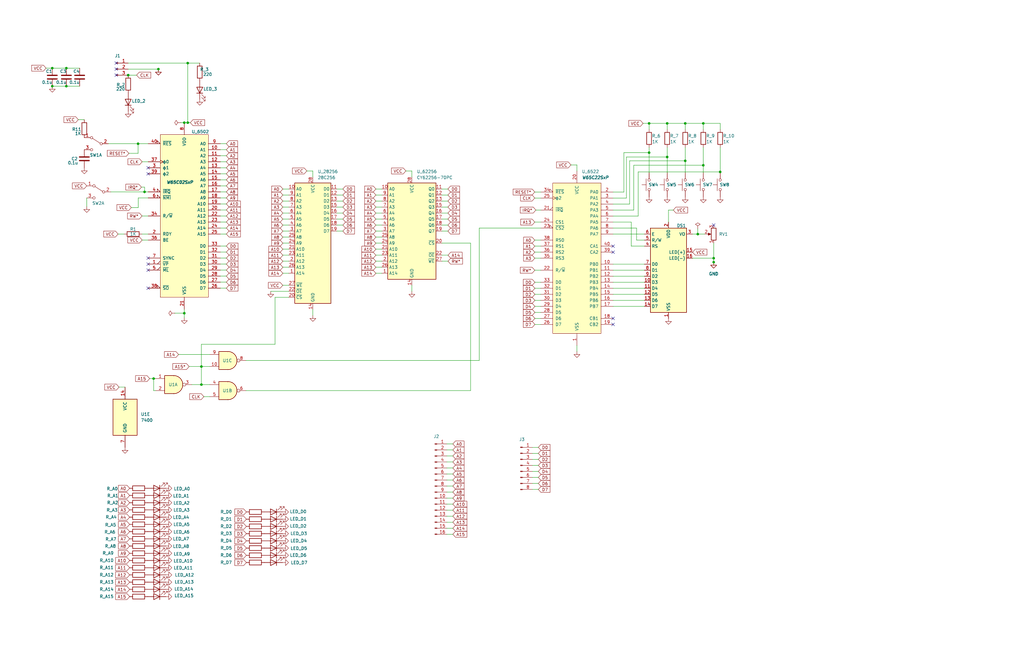
<source format=kicad_sch>
(kicad_sch (version 20211123) (generator eeschema)
  (paper "B")
  (junction (at 22.0472 36.3728))
  (junction (at 296.5704 52.07))
  (junction (at 27.9908 28.7528))
  (junction (at 60.96 80.9752))
  (junction (at 66.802 29.1592))
  (junction (at 296.5704 69.7484))
  (junction (at 303.6824 72.5424))
  (junction (at 84.9376 162.306))
  (junction (at 84.9376 154.686))
  (junction (at 273.7104 64.4144))
  (junction (at 77.724 132.1816))
  (junction (at 273.7104 52.07))
  (junction (at 22.0472 28.7528))
  (junction (at 64.77 159.766))
  (junction (at 79.1464 51.7652))
  (junction (at 294.2336 98.806))
  (junction (at 54.0512 31.6992))
  (junction (at 300.9392 108.966))
  (junction (at 27.9908 36.3728))
  (junction (at 58.2168 60.6552))
  (junction (at 288.9504 67.8688))
  (junction (at 79.1464 26.6192))
  (junction (at 300.9392 110.6424))
  (junction (at 77.724 51.7652))
  (junction (at 281.3304 52.07))
  (junction (at 281.3304 66.2432))
  (junction (at 288.9504 52.07))
  (no_connect (at 258.5212 136.906))
  (no_connect (at 49.022 31.6992))
  (no_connect (at 49.022 26.6192))
  (no_connect (at 62.484 70.8152))
  (no_connect (at 62.484 108.9152))
  (no_connect (at 258.5212 134.366))
  (no_connect (at 258.5212 106.426))
  (no_connect (at 300.9392 94.996))
  (no_connect (at 62.484 111.4552))
  (no_connect (at 62.484 73.3552))
  (no_connect (at 62.484 113.9952))
  (no_connect (at 49.022 29.1592))
  (no_connect (at 258.5212 103.886))
  (no_connect (at 62.484 121.6152))
  (wire (pts (xy 121.7676 107.696) (xy 119.2784 107.696)))
  (wire (pts (xy 80.8736 162.306) (xy 84.9376 162.306)))
  (wire (pts (xy 54.0512 29.1592) (xy 66.802 29.1592)))
  (wire (pts (xy 186.3852 97.536) (xy 188.8744 97.536)))
  (wire (pts (xy 243.2812 69.596) (xy 240.7412 69.596)))
  (wire (pts (xy 300.9392 102.616) (xy 300.9392 108.966)))
  (wire (pts (xy 224.536 188.7728) (xy 227.0252 188.7728)))
  (wire (pts (xy 55.372 87.5792) (xy 58.3184 87.5792)))
  (wire (pts (xy 54.0512 26.6192) (xy 79.1464 26.6192)))
  (wire (pts (xy 198.4248 102.616) (xy 198.4248 164.846)))
  (wire (pts (xy 264.16 66.2432) (xy 281.3304 66.2432)))
  (wire (pts (xy 92.964 88.5952) (xy 95.4532 88.5952)))
  (wire (pts (xy 84.9376 162.306) (xy 88.4936 162.306)))
  (wire (pts (xy 92.964 93.6752) (xy 95.4532 93.6752)))
  (wire (pts (xy 142.0876 79.756) (xy 144.5768 79.756)))
  (wire (pts (xy 224.536 193.8528) (xy 227.0252 193.8528)))
  (wire (pts (xy 228.0412 136.906) (xy 225.552 136.906)))
  (wire (pts (xy 160.9852 112.776) (xy 158.496 112.776)))
  (wire (pts (xy 288.9504 52.07) (xy 281.3304 52.07)))
  (wire (pts (xy 84.9376 145.288) (xy 84.9376 154.686)))
  (wire (pts (xy 121.7676 97.536) (xy 119.2784 97.536)))
  (wire (pts (xy 92.964 108.9152) (xy 95.4532 108.9152)))
  (wire (pts (xy 49.784 98.7552) (xy 52.324 98.7552)))
  (wire (pts (xy 258.5212 83.566) (xy 264.16 83.566)))
  (wire (pts (xy 258.5212 96.266) (xy 268.4272 96.266)))
  (wire (pts (xy 92.964 68.2752) (xy 95.4532 68.2752)))
  (wire (pts (xy 58.2168 60.6552) (xy 62.484 60.6552)))
  (wire (pts (xy 119.2276 120.396) (xy 121.7676 120.396)))
  (wire (pts (xy 131.9276 130.556) (xy 131.9276 133.096)))
  (wire (pts (xy 224.536 191.3128) (xy 227.0252 191.3128)))
  (wire (pts (xy 258.5212 91.186) (xy 269.0876 91.186)))
  (wire (pts (xy 258.5212 86.106) (xy 265.4808 86.106)))
  (wire (pts (xy 228.0412 124.206) (xy 225.552 124.206)))
  (wire (pts (xy 160.9852 79.756) (xy 158.496 79.756)))
  (wire (pts (xy 186.3852 84.836) (xy 188.8744 84.836)))
  (wire (pts (xy 188.468 197.5104) (xy 190.9572 197.5104)))
  (wire (pts (xy 258.5212 116.586) (xy 271.7292 116.586)))
  (wire (pts (xy 60.96 80.9752) (xy 62.484 80.9752)))
  (wire (pts (xy 228.0412 131.826) (xy 225.552 131.826)))
  (wire (pts (xy 188.468 192.4304) (xy 190.9572 192.4304)))
  (wire (pts (xy 58.2168 64.7192) (xy 58.2168 60.6552)))
  (wire (pts (xy 188.468 210.2104) (xy 190.9572 210.2104)))
  (wire (pts (xy 59.6392 78.994) (xy 60.96 78.994)))
  (wire (pts (xy 22.0472 28.7528) (xy 27.9908 28.7528)))
  (wire (pts (xy 296.5704 52.07) (xy 288.9504 52.07)))
  (wire (pts (xy 142.0876 94.996) (xy 144.5768 94.996)))
  (wire (pts (xy 54.356 64.7192) (xy 58.2168 64.7192)))
  (wire (pts (xy 84.9376 154.686) (xy 84.9376 162.306)))
  (wire (pts (xy 121.7676 87.376) (xy 119.2784 87.376)))
  (wire (pts (xy 142.0876 89.916) (xy 144.5768 89.916)))
  (wire (pts (xy 258.5212 93.726) (xy 266.192 93.726)))
  (wire (pts (xy 186.3852 92.456) (xy 188.8744 92.456)))
  (wire (pts (xy 258.5212 88.646) (xy 267.2588 88.646)))
  (wire (pts (xy 54.0512 31.6992) (xy 57.6072 31.6992)))
  (wire (pts (xy 92.964 119.0752) (xy 95.4532 119.0752)))
  (wire (pts (xy 228.0412 119.126) (xy 225.552 119.126)))
  (wire (pts (xy 76.2 51.7652) (xy 77.724 51.7652)))
  (wire (pts (xy 265.4808 86.106) (xy 265.4808 67.8688)))
  (wire (pts (xy 258.5212 124.206) (xy 271.7292 124.206)))
  (wire (pts (xy 121.7676 112.776) (xy 119.2784 112.776)))
  (wire (pts (xy 186.3852 107.696) (xy 188.9252 107.696)))
  (wire (pts (xy 258.5212 111.506) (xy 271.7292 111.506)))
  (wire (pts (xy 160.9852 82.296) (xy 158.496 82.296)))
  (wire (pts (xy 77.724 130.5052) (xy 77.724 132.1816)))
  (wire (pts (xy 258.5212 129.286) (xy 271.7292 129.286)))
  (wire (pts (xy 88.4936 154.686) (xy 84.9376 154.686)))
  (wire (pts (xy 115.9764 145.288) (xy 84.9376 145.288)))
  (wire (pts (xy 281.3304 54.61) (xy 281.3304 52.07)))
  (wire (pts (xy 224.536 196.3928) (xy 227.0252 196.3928)))
  (wire (pts (xy 225.5012 103.886) (xy 228.0412 103.886)))
  (wire (pts (xy 269.0876 72.5424) (xy 303.6824 72.5424)))
  (wire (pts (xy 188.468 202.5904) (xy 190.9572 202.5904)))
  (wire (pts (xy 77.724 132.1816) (xy 77.724 134.0612)))
  (wire (pts (xy 243.2812 72.136) (xy 243.2812 69.596)))
  (wire (pts (xy 50.1904 163.3728) (xy 52.7304 163.3728)))
  (wire (pts (xy 121.7676 115.316) (xy 119.2784 115.316)))
  (wire (pts (xy 294.2336 98.806) (xy 297.1292 98.806)))
  (wire (pts (xy 228.0412 96.266) (xy 202.0824 96.266)))
  (wire (pts (xy 79.1464 26.6192) (xy 84.2264 26.6192)))
  (wire (pts (xy 267.2588 88.646) (xy 267.2588 69.7484)))
  (wire (pts (xy 19.4056 28.7528) (xy 22.0472 28.7528)))
  (wire (pts (xy 92.964 106.3752) (xy 95.4532 106.3752)))
  (wire (pts (xy 92.964 73.3552) (xy 95.4532 73.3552)))
  (wire (pts (xy 303.6824 52.07) (xy 296.5704 52.07)))
  (wire (pts (xy 288.9504 67.8688) (xy 288.9504 72.898)))
  (wire (pts (xy 121.7676 94.996) (xy 119.2784 94.996)))
  (wire (pts (xy 59.944 98.7552) (xy 62.484 98.7552)))
  (wire (pts (xy 268.4272 96.266) (xy 268.4272 101.346)))
  (wire (pts (xy 115.9764 125.476) (xy 115.9764 145.288)))
  (wire (pts (xy 45.72 60.6552) (xy 58.2168 60.6552)))
  (wire (pts (xy 160.9852 100.076) (xy 158.496 100.076)))
  (wire (pts (xy 188.468 215.2904) (xy 190.9572 215.2904)))
  (wire (pts (xy 173.6852 72.136) (xy 173.6852 74.676)))
  (wire (pts (xy 121.7676 79.756) (xy 119.2784 79.756)))
  (wire (pts (xy 258.5212 114.046) (xy 271.7292 114.046)))
  (wire (pts (xy 33.02 50.4952) (xy 35.56 50.4952)))
  (wire (pts (xy 65.6336 164.846) (xy 64.77 164.846)))
  (wire (pts (xy 264.16 83.566) (xy 264.16 66.2432)))
  (wire (pts (xy 121.7676 92.456) (xy 119.2784 92.456)))
  (wire (pts (xy 266.192 93.726) (xy 266.192 103.886)))
  (wire (pts (xy 243.2812 145.796) (xy 243.2812 148.336)))
  (wire (pts (xy 188.468 220.3704) (xy 190.9572 220.3704)))
  (wire (pts (xy 92.964 63.1952) (xy 95.4532 63.1952)))
  (wire (pts (xy 92.964 60.6552) (xy 95.4532 60.6552)))
  (wire (pts (xy 171.1452 72.136) (xy 173.6852 72.136)))
  (wire (pts (xy 258.5212 126.746) (xy 271.7292 126.746)))
  (wire (pts (xy 266.192 103.886) (xy 271.7292 103.886)))
  (wire (pts (xy 27.9908 28.7528) (xy 33.5788 28.7528)))
  (wire (pts (xy 131.9276 74.676) (xy 131.9276 72.136)))
  (wire (pts (xy 27.9908 36.3728) (xy 33.5788 36.3728)))
  (wire (pts (xy 300.9392 108.966) (xy 300.9392 110.6424)))
  (wire (pts (xy 225.5012 93.726) (xy 228.0412 93.726)))
  (wire (pts (xy 92.964 96.2152) (xy 95.4532 96.2152)))
  (wire (pts (xy 59.944 68.2752) (xy 62.484 68.2752)))
  (wire (pts (xy 92.964 65.7352) (xy 95.4532 65.7352)))
  (wire (pts (xy 92.964 103.8352) (xy 95.4532 103.8352)))
  (wire (pts (xy 58.3184 83.5152) (xy 62.484 83.5152)))
  (wire (pts (xy 188.468 187.3504) (xy 190.9572 187.3504)))
  (wire (pts (xy 263.0932 81.026) (xy 263.0932 64.4144)))
  (wire (pts (xy 121.7676 100.076) (xy 119.2784 100.076)))
  (wire (pts (xy 265.4808 67.8688) (xy 288.9504 67.8688)))
  (wire (pts (xy 288.9504 54.61) (xy 288.9504 52.07)))
  (wire (pts (xy 58.3184 87.5792) (xy 58.3184 83.5152)))
  (wire (pts (xy 263.0932 64.4144) (xy 273.7104 64.4144)))
  (wire (pts (xy 121.7676 82.296) (xy 119.2784 82.296)))
  (wire (pts (xy 79.1464 26.6192) (xy 79.1464 51.7652)))
  (wire (pts (xy 160.9852 97.536) (xy 158.496 97.536)))
  (wire (pts (xy 160.9852 92.456) (xy 158.496 92.456)))
  (wire (pts (xy 186.3852 82.296) (xy 188.8744 82.296)))
  (wire (pts (xy 303.6824 62.23) (xy 303.6824 72.5424)))
  (wire (pts (xy 92.964 78.4352) (xy 95.4532 78.4352)))
  (wire (pts (xy 267.2588 69.7484) (xy 296.5704 69.7484)))
  (wire (pts (xy 64.77 159.766) (xy 65.6336 159.766)))
  (wire (pts (xy 228.0412 134.366) (xy 225.552 134.366)))
  (wire (pts (xy 186.3852 79.756) (xy 188.8744 79.756)))
  (wire (pts (xy 281.3304 62.23) (xy 281.3304 66.2432)))
  (wire (pts (xy 121.7676 110.236) (xy 119.2784 110.236)))
  (wire (pts (xy 273.7104 52.07) (xy 273.7104 54.61)))
  (wire (pts (xy 258.5212 81.026) (xy 263.0932 81.026)))
  (wire (pts (xy 160.9852 107.696) (xy 158.496 107.696)))
  (wire (pts (xy 142.0876 97.536) (xy 144.5768 97.536)))
  (wire (pts (xy 281.3304 66.2432) (xy 281.3304 72.898)))
  (wire (pts (xy 258.5212 119.126) (xy 271.7292 119.126)))
  (wire (pts (xy 268.4272 101.346) (xy 271.7292 101.346)))
  (wire (pts (xy 160.9852 87.376) (xy 158.496 87.376)))
  (wire (pts (xy 225.5012 108.966) (xy 228.0412 108.966)))
  (wire (pts (xy 160.9852 89.916) (xy 158.496 89.916)))
  (wire (pts (xy 258.5212 98.806) (xy 271.7292 98.806)))
  (wire (pts (xy 188.468 217.8304) (xy 190.9572 217.8304)))
  (wire (pts (xy 121.7676 105.156) (xy 119.2784 105.156)))
  (wire (pts (xy 224.536 198.9328) (xy 227.0252 198.9328)))
  (wire (pts (xy 60.96 78.994) (xy 60.96 80.9752)))
  (wire (pts (xy 294.2336 96.5708) (xy 294.2336 98.806)))
  (wire (pts (xy 160.9852 94.996) (xy 158.496 94.996)))
  (wire (pts (xy 92.964 75.8952) (xy 95.4532 75.8952)))
  (wire (pts (xy 63.0936 159.766) (xy 64.77 159.766)))
  (wire (pts (xy 92.964 111.4552) (xy 95.4532 111.4552)))
  (wire (pts (xy 92.964 98.7552) (xy 95.4532 98.7552)))
  (wire (pts (xy 186.3852 94.996) (xy 188.8744 94.996)))
  (wire (pts (xy 283.9212 88.646) (xy 281.8892 88.646)))
  (wire (pts (xy 300.9392 108.966) (xy 292.0492 108.966)))
  (wire (pts (xy 225.5012 81.026) (xy 228.0412 81.026)))
  (wire (pts (xy 303.6824 72.5424) (xy 303.6824 72.898)))
  (wire (pts (xy 188.468 222.9104) (xy 190.9572 222.9104)))
  (wire (pts (xy 160.9852 115.316) (xy 158.496 115.316)))
  (wire (pts (xy 131.9276 72.136) (xy 129.3876 72.136)))
  (wire (pts (xy 225.9584 88.646) (xy 228.0412 88.646)))
  (wire (pts (xy 121.7676 102.616) (xy 119.2784 102.616)))
  (wire (pts (xy 228.0412 126.746) (xy 225.552 126.746)))
  (wire (pts (xy 75.2856 149.606) (xy 88.4936 149.606)))
  (wire (pts (xy 292.0492 98.806) (xy 294.2336 98.806)))
  (wire (pts (xy 121.7676 125.476) (xy 115.9764 125.476)))
  (wire (pts (xy 114.1476 122.936) (xy 121.7676 122.936)))
  (wire (pts (xy 225.5012 101.346) (xy 228.0412 101.346)))
  (wire (pts (xy 22.0472 36.3728) (xy 27.9908 36.3728)))
  (wire (pts (xy 160.9852 105.156) (xy 158.496 105.156)))
  (wire (pts (xy 186.3852 110.236) (xy 188.9252 110.236)))
  (wire (pts (xy 142.0876 87.376) (xy 144.5768 87.376)))
  (wire (pts (xy 85.9536 167.386) (xy 88.4936 167.386)))
  (wire (pts (xy 188.468 189.8904) (xy 190.9572 189.8904)))
  (wire (pts (xy 188.468 225.4504) (xy 190.9572 225.4504)))
  (wire (pts (xy 92.964 83.5152) (xy 95.4532 83.5152)))
  (wire (pts (xy 92.964 91.1352) (xy 95.4532 91.1352)))
  (wire (pts (xy 46.736 80.9752) (xy 60.96 80.9752)))
  (wire (pts (xy 92.964 116.5352) (xy 95.4532 116.5352)))
  (wire (pts (xy 73.7108 132.1816) (xy 77.724 132.1816)))
  (wire (pts (xy 296.5704 54.61) (xy 296.5704 52.07)))
  (wire (pts (xy 269.0876 91.186) (xy 269.0876 72.5424)))
  (wire (pts (xy 59.8932 91.1352) (xy 62.484 91.1352)))
  (wire (pts (xy 271.1704 52.07) (xy 273.7104 52.07)))
  (wire (pts (xy 160.9852 110.236) (xy 158.496 110.236)))
  (wire (pts (xy 202.0824 152.146) (xy 103.7336 152.146)))
  (wire (pts (xy 228.0412 129.286) (xy 225.552 129.286)))
  (wire (pts (xy 142.0876 92.456) (xy 144.5768 92.456)))
  (wire (pts (xy 92.964 86.0552) (xy 95.4532 86.0552)))
  (wire (pts (xy 36.576 83.5152) (xy 36.576 87.122)))
  (wire (pts (xy 296.5704 62.23) (xy 296.5704 69.7484)))
  (wire (pts (xy 303.6824 54.61) (xy 303.6824 52.07)))
  (wire (pts (xy 188.468 207.6704) (xy 190.9572 207.6704)))
  (wire (pts (xy 92.964 70.8152) (xy 95.4532 70.8152)))
  (wire (pts (xy 79.756 154.686) (xy 84.9376 154.686)))
  (wire (pts (xy 92.964 121.6152) (xy 95.4532 121.6152)))
  (wire (pts (xy 228.0412 121.666) (xy 225.552 121.666)))
  (wire (pts (xy 92.964 80.9752) (xy 95.4532 80.9752)))
  (wire (pts (xy 202.0824 96.266) (xy 202.0824 152.146)))
  (wire (pts (xy 173.6852 120.396) (xy 173.6852 122.936)))
  (wire (pts (xy 273.7104 64.4144) (xy 273.7104 72.898)))
  (wire (pts (xy 121.7676 84.836) (xy 119.2784 84.836)))
  (wire (pts (xy 77.724 51.7652) (xy 79.1464 51.7652)))
  (wire (pts (xy 224.536 206.5528) (xy 227.0252 206.5528)))
  (wire (pts (xy 281.3304 52.07) (xy 273.7104 52.07)))
  (wire (pts (xy 121.7676 89.916) (xy 119.2784 89.916)))
  (wire (pts (xy 64.77 159.766) (xy 64.77 164.846)))
  (wire (pts (xy 225.5012 83.566) (xy 228.0412 83.566)))
  (wire (pts (xy 188.468 194.9704) (xy 190.9572 194.9704)))
  (wire (pts (xy 273.7104 62.23) (xy 273.7104 64.4144)))
  (wire (pts (xy 186.3852 89.916) (xy 188.8744 89.916)))
  (wire (pts (xy 188.468 200.0504) (xy 190.9572 200.0504)))
  (wire (pts (xy 92.964 113.9952) (xy 95.4532 113.9952)))
  (wire (pts (xy 225.5012 106.426) (xy 228.0412 106.426)))
  (wire (pts (xy 79.1464 51.7652) (xy 80.264 51.7652)))
  (wire (pts (xy 160.9852 84.836) (xy 158.496 84.836)))
  (wire (pts (xy 224.536 204.0128) (xy 227.0252 204.0128)))
  (wire (pts (xy 59.944 101.2952) (xy 62.484 101.2952)))
  (wire (pts (xy 188.468 205.1304) (xy 190.9572 205.1304)))
  (wire (pts (xy 186.3852 102.616) (xy 198.4248 102.616)))
  (wire (pts (xy 258.5212 121.666) (xy 271.7292 121.666)))
  (wire (pts (xy 224.536 201.4728) (xy 227.0252 201.4728)))
  (wire (pts (xy 281.8892 88.646) (xy 281.8892 93.726)))
  (wire (pts (xy 288.9504 62.23) (xy 288.9504 67.8688)))
  (wire (pts (xy 188.468 212.7504) (xy 190.9572 212.7504)))
  (wire (pts (xy 142.0876 84.836) (xy 144.5768 84.836)))
  (wire (pts (xy 225.5012 114.046) (xy 228.0412 114.046)))
  (wire (pts (xy 186.3852 87.376) (xy 188.8744 87.376)))
  (wire (pts (xy 198.4248 164.846) (xy 103.7336 164.846)))
  (wire (pts (xy 160.9852 102.616) (xy 158.496 102.616)))
  (wire (pts (xy 296.5704 69.7484) (xy 296.5704 72.898)))
  (wire (pts (xy 142.0876 82.296) (xy 144.5768 82.296)))
  (global_label "A15" (shape input) (at 63.0936 159.766 180) (property "Intersheet References" "${INTERSHEET_REFS}" (effects hide)))
  (global_label "A11" (shape input) (at 119.2784 107.696 180) (property "Intersheet References" "${INTERSHEET_REFS}" (effects hide)))
  (global_label "D0" (shape input) (at 225.552 119.126 180) (property "Intersheet References" "${INTERSHEET_REFS}" (effects hide)))
  (global_label "A11" (shape input) (at 158.496 107.696 180) (property "Intersheet References" "${INTERSHEET_REFS}" (effects hide)))
  (global_label "A2" (shape input) (at 95.4532 65.7352 0) (property "Intersheet References" "${INTERSHEET_REFS}" (effects hide)))
  (global_label "VCC" (shape input) (at 59.944 101.2952 180) (property "Intersheet References" "${INTERSHEET_REFS}" (effects hide)))
  (global_label "VCC" (shape input) (at 80.264 51.7652 0) (property "Intersheet References" "${INTERSHEET_REFS}" (effects hide)))
  (global_label "A6" (shape input) (at 95.4532 75.8952 0) (property "Intersheet References" "${INTERSHEET_REFS}" (effects hide)))
  (global_label "D4" (shape input) (at 95.4532 113.9952 0) (property "Intersheet References" "${INTERSHEET_REFS}" (effects hide)))
  (global_label "A11" (shape input) (at 54.6608 239.5728 180) (property "Intersheet References" "${INTERSHEET_REFS}" (effects hide)))
  (global_label "CLK" (shape input) (at 57.6072 31.6992 0) (property "Intersheet References" "${INTERSHEET_REFS}" (effects hide)))
  (global_label "D5" (shape input) (at 227.0252 201.4728 0) (property "Intersheet References" "${INTERSHEET_REFS}" (effects hide)))
  (global_label "D7" (shape input) (at 227.0252 206.5528 0) (property "Intersheet References" "${INTERSHEET_REFS}" (effects hide)))
  (global_label "RESET*" (shape input) (at 54.356 64.7192 180) (property "Intersheet References" "${INTERSHEET_REFS}" (effects hide)))
  (global_label "A2" (shape input) (at 190.9572 192.4304 0) (property "Intersheet References" "${INTERSHEET_REFS}" (effects hide)))
  (global_label "A8" (shape input) (at 190.9572 207.6704 0) (property "Intersheet References" "${INTERSHEET_REFS}" (effects hide)))
  (global_label "D3" (shape input) (at 188.8744 87.376 0) (property "Intersheet References" "${INTERSHEET_REFS}" (effects hide)))
  (global_label "D5" (shape input) (at 225.552 131.826 180) (property "Intersheet References" "${INTERSHEET_REFS}" (effects hide)))
  (global_label "D6" (shape input) (at 227.0252 204.0128 0) (property "Intersheet References" "${INTERSHEET_REFS}" (effects hide)))
  (global_label "VCC" (shape input) (at 283.9212 88.646 0) (property "Intersheet References" "${INTERSHEET_REFS}" (effects hide)))
  (global_label "D6" (shape input) (at 188.8744 94.996 0) (property "Intersheet References" "${INTERSHEET_REFS}" (effects hide)))
  (global_label "A3" (shape input) (at 158.496 87.376 180) (property "Intersheet References" "${INTERSHEET_REFS}" (effects hide)))
  (global_label "A0" (shape input) (at 119.2784 79.756 180) (property "Intersheet References" "${INTERSHEET_REFS}" (effects hide)))
  (global_label "A14" (shape input) (at 54.6608 248.7168 180) (property "Intersheet References" "${INTERSHEET_REFS}" (effects hide)))
  (global_label "D6" (shape input) (at 225.552 134.366 180) (property "Intersheet References" "${INTERSHEET_REFS}" (effects hide)))
  (global_label "A12" (shape input) (at 54.6608 242.6208 180) (property "Intersheet References" "${INTERSHEET_REFS}" (effects hide)))
  (global_label "D0" (shape input) (at 103.886 216.0524 180) (property "Intersheet References" "${INTERSHEET_REFS}" (effects hide)))
  (global_label "A9" (shape input) (at 54.6608 233.4768 180) (property "Intersheet References" "${INTERSHEET_REFS}" (effects hide)))
  (global_label "A10" (shape input) (at 95.4532 86.0552 0) (property "Intersheet References" "${INTERSHEET_REFS}" (effects hide)))
  (global_label "A5" (shape input) (at 95.4532 73.3552 0) (property "Intersheet References" "${INTERSHEET_REFS}" (effects hide)))
  (global_label "A11" (shape input) (at 190.9572 215.2904 0) (property "Intersheet References" "${INTERSHEET_REFS}" (effects hide)))
  (global_label "IRQ*" (shape input) (at 225.9584 88.646 180) (property "Intersheet References" "${INTERSHEET_REFS}" (effects hide)))
  (global_label "VCC" (shape input) (at 171.1452 72.136 180) (property "Intersheet References" "${INTERSHEET_REFS}" (effects hide)))
  (global_label "A4" (shape input) (at 54.6608 218.2368 180) (property "Intersheet References" "${INTERSHEET_REFS}" (effects hide)))
  (global_label "CLK" (shape input) (at 59.944 68.2752 180) (property "Intersheet References" "${INTERSHEET_REFS}" (effects hide)))
  (global_label "A3" (shape input) (at 119.2784 87.376 180) (property "Intersheet References" "${INTERSHEET_REFS}" (effects hide)))
  (global_label "VCC" (shape input) (at 49.784 98.7552 180) (property "Intersheet References" "${INTERSHEET_REFS}" (effects hide)))
  (global_label "VCC" (shape input) (at 119.2276 120.396 180) (property "Intersheet References" "${INTERSHEET_REFS}" (effects hide)))
  (global_label "VCC" (shape input) (at 36.576 78.4352 180) (property "Intersheet References" "${INTERSHEET_REFS}" (effects hide)))
  (global_label "A2" (shape input) (at 54.6608 212.1408 180) (property "Intersheet References" "${INTERSHEET_REFS}" (effects hide)))
  (global_label "VCC" (shape input) (at 50.1904 163.3728 180) (property "Intersheet References" "${INTERSHEET_REFS}" (effects hide)))
  (global_label "D1" (shape input) (at 103.886 219.1004 180) (property "Intersheet References" "${INTERSHEET_REFS}" (effects hide)))
  (global_label "A11" (shape input) (at 95.4532 88.5952 0) (property "Intersheet References" "${INTERSHEET_REFS}" (effects hide)))
  (global_label "CLK" (shape input) (at 85.9536 167.386 180) (property "Intersheet References" "${INTERSHEET_REFS}" (effects hide)))
  (global_label "A4" (shape input) (at 119.2784 89.916 180) (property "Intersheet References" "${INTERSHEET_REFS}" (effects hide)))
  (global_label "D4" (shape input) (at 188.8744 89.916 0) (property "Intersheet References" "${INTERSHEET_REFS}" (effects hide)))
  (global_label "CLK" (shape input) (at 225.5012 83.566 180) (property "Intersheet References" "${INTERSHEET_REFS}" (effects hide)))
  (global_label "A1" (shape input) (at 158.496 82.296 180) (property "Intersheet References" "${INTERSHEET_REFS}" (effects hide)))
  (global_label "D5" (shape input) (at 95.4532 116.5352 0) (property "Intersheet References" "${INTERSHEET_REFS}" (effects hide)))
  (global_label "A0" (shape input) (at 54.6608 206.0448 180) (property "Intersheet References" "${INTERSHEET_REFS}" (effects hide)))
  (global_label "D0" (shape input) (at 227.0252 188.7728 0) (property "Intersheet References" "${INTERSHEET_REFS}" (effects hide)))
  (global_label "A3" (shape input) (at 225.5012 108.966 180) (property "Intersheet References" "${INTERSHEET_REFS}" (effects hide)))
  (global_label "A13" (shape input) (at 119.2784 112.776 180) (property "Intersheet References" "${INTERSHEET_REFS}" (effects hide)))
  (global_label "A1" (shape input) (at 54.6608 209.0928 180) (property "Intersheet References" "${INTERSHEET_REFS}" (effects hide)))
  (global_label "D7" (shape input) (at 144.5768 97.536 0) (property "Intersheet References" "${INTERSHEET_REFS}" (effects hide)))
  (global_label "D6" (shape input) (at 144.5768 94.996 0) (property "Intersheet References" "${INTERSHEET_REFS}" (effects hide)))
  (global_label "D2" (shape input) (at 225.552 124.206 180) (property "Intersheet References" "${INTERSHEET_REFS}" (effects hide)))
  (global_label "D1" (shape input) (at 225.552 121.666 180) (property "Intersheet References" "${INTERSHEET_REFS}" (effects hide)))
  (global_label "D2" (shape input) (at 144.5768 84.836 0) (property "Intersheet References" "${INTERSHEET_REFS}" (effects hide)))
  (global_label "D4" (shape input) (at 227.0252 198.9328 0) (property "Intersheet References" "${INTERSHEET_REFS}" (effects hide)))
  (global_label "A15" (shape input) (at 95.4532 98.7552 0) (property "Intersheet References" "${INTERSHEET_REFS}" (effects hide)))
  (global_label "A4" (shape input) (at 95.4532 70.8152 0) (property "Intersheet References" "${INTERSHEET_REFS}" (effects hide)))
  (global_label "D5" (shape input) (at 188.8744 92.456 0) (property "Intersheet References" "${INTERSHEET_REFS}" (effects hide)))
  (global_label "VCC" (shape input) (at 19.4056 28.7528 180) (property "Intersheet References" "${INTERSHEET_REFS}" (effects hide)))
  (global_label "D4" (shape input) (at 144.5768 89.916 0) (property "Intersheet References" "${INTERSHEET_REFS}" (effects hide)))
  (global_label "A1" (shape input) (at 119.2784 82.296 180) (property "Intersheet References" "${INTERSHEET_REFS}" (effects hide)))
  (global_label "A13" (shape input) (at 95.4532 93.6752 0) (property "Intersheet References" "${INTERSHEET_REFS}" (effects hide)))
  (global_label "RW*" (shape input) (at 59.8932 91.1352 180) (property "Intersheet References" "${INTERSHEET_REFS}" (effects hide)))
  (global_label "A2" (shape input) (at 225.5012 106.426 180) (property "Intersheet References" "${INTERSHEET_REFS}" (effects hide)))
  (global_label "A0" (shape input) (at 190.9572 187.3504 0) (property "Intersheet References" "${INTERSHEET_REFS}" (effects hide)))
  (global_label "D7" (shape input) (at 103.886 237.3884 180) (property "Intersheet References" "${INTERSHEET_REFS}" (effects hide)))
  (global_label "A8" (shape input) (at 54.6608 230.4288 180) (property "Intersheet References" "${INTERSHEET_REFS}" (effects hide)))
  (global_label "A13" (shape input) (at 54.6608 245.6688 180) (property "Intersheet References" "${INTERSHEET_REFS}" (effects hide)))
  (global_label "A1" (shape input) (at 190.9572 189.8904 0) (property "Intersheet References" "${INTERSHEET_REFS}" (effects hide)))
  (global_label "A0" (shape input) (at 158.496 79.756 180) (property "Intersheet References" "${INTERSHEET_REFS}" (effects hide)))
  (global_label "A7" (shape input) (at 119.2784 97.536 180) (property "Intersheet References" "${INTERSHEET_REFS}" (effects hide)))
  (global_label "A14" (shape input) (at 158.496 115.316 180) (property "Intersheet References" "${INTERSHEET_REFS}" (effects hide)))
  (global_label "A7" (shape input) (at 95.4532 78.4352 0) (property "Intersheet References" "${INTERSHEET_REFS}" (effects hide)))
  (global_label "A9" (shape input) (at 190.9572 210.2104 0) (property "Intersheet References" "${INTERSHEET_REFS}" (effects hide)))
  (global_label "A10" (shape input) (at 190.9572 212.7504 0) (property "Intersheet References" "${INTERSHEET_REFS}" (effects hide)))
  (global_label "A15" (shape input) (at 54.6608 251.7648 180) (property "Intersheet References" "${INTERSHEET_REFS}" (effects hide)))
  (global_label "D2" (shape input) (at 188.8744 84.836 0) (property "Intersheet References" "${INTERSHEET_REFS}" (effects hide)))
  (global_label "IRQ*" (shape input) (at 59.6392 78.994 180) (property "Intersheet References" "${INTERSHEET_REFS}" (effects hide)))
  (global_label "A2" (shape input) (at 119.2784 84.836 180) (property "Intersheet References" "${INTERSHEET_REFS}" (effects hide)))
  (global_label "A5" (shape input) (at 158.496 92.456 180) (property "Intersheet References" "${INTERSHEET_REFS}" (effects hide)))
  (global_label "A6" (shape input) (at 158.496 94.996 180) (property "Intersheet References" "${INTERSHEET_REFS}" (effects hide)))
  (global_label "A9" (shape input) (at 119.2784 102.616 180) (property "Intersheet References" "${INTERSHEET_REFS}" (effects hide)))
  (global_label "A5" (shape input) (at 54.6608 221.2848 180) (property "Intersheet References" "${INTERSHEET_REFS}" (effects hide)))
  (global_label "D6" (shape input) (at 103.886 234.3404 180) (property "Intersheet References" "${INTERSHEET_REFS}" (effects hide)))
  (global_label "A12" (shape input) (at 158.496 110.236 180) (property "Intersheet References" "${INTERSHEET_REFS}" (effects hide)))
  (global_label "A14" (shape input) (at 188.9252 107.696 0) (property "Intersheet References" "${INTERSHEET_REFS}" (effects hide)))
  (global_label "A12" (shape input) (at 119.2784 110.236 180) (property "Intersheet References" "${INTERSHEET_REFS}" (effects hide)))
  (global_label "A14" (shape input) (at 190.9572 222.9104 0) (property "Intersheet References" "${INTERSHEET_REFS}" (effects hide)))
  (global_label "D3" (shape input) (at 227.0252 196.3928 0) (property "Intersheet References" "${INTERSHEET_REFS}" (effects hide)))
  (global_label "D0" (shape input) (at 95.4532 103.8352 0) (property "Intersheet References" "${INTERSHEET_REFS}" (effects hide)))
  (global_label "A15*" (shape input) (at 79.756 154.686 180) (property "Intersheet References" "${INTERSHEET_REFS}" (effects hide)))
  (global_label "D1" (shape input) (at 227.0252 191.3128 0) (property "Intersheet References" "${INTERSHEET_REFS}" (effects hide)))
  (global_label "D4" (shape input) (at 225.552 129.286 180) (property "Intersheet References" "${INTERSHEET_REFS}" (effects hide)))
  (global_label "A9" (shape input) (at 95.4532 83.5152 0) (property "Intersheet References" "${INTERSHEET_REFS}" (effects hide)))
  (global_label "D2" (shape input) (at 95.4532 108.9152 0) (property "Intersheet References" "${INTERSHEET_REFS}" (effects hide)))
  (global_label "D4" (shape input) (at 103.886 228.2444 180) (property "Intersheet References" "${INTERSHEET_REFS}" (effects hide)))
  (global_label "A7" (shape input) (at 190.9572 205.1304 0) (property "Intersheet References" "${INTERSHEET_REFS}" (effects hide)))
  (global_label "A14" (shape input) (at 119.2784 115.316 180) (property "Intersheet References" "${INTERSHEET_REFS}" (effects hide)))
  (global_label "VCC" (shape input) (at 33.02 50.4952 180) (property "Intersheet References" "${INTERSHEET_REFS}" (effects hide)))
  (global_label "VCC" (shape input) (at 271.1704 52.07 180) (property "Intersheet References" "${INTERSHEET_REFS}" (effects hide)))
  (global_label "D0" (shape input) (at 188.8744 79.756 0) (property "Intersheet References" "${INTERSHEET_REFS}" (effects hide)))
  (global_label "A3" (shape input) (at 95.4532 68.2752 0) (property "Intersheet References" "${INTERSHEET_REFS}" (effects hide)))
  (global_label "D2" (shape input) (at 103.886 222.1484 180) (property "Intersheet References" "${INTERSHEET_REFS}" (effects hide)))
  (global_label "D3" (shape input) (at 144.5768 87.376 0) (property "Intersheet References" "${INTERSHEET_REFS}" (effects hide)))
  (global_label "VCC" (shape input) (at 240.7412 69.596 180) (property "Intersheet References" "${INTERSHEET_REFS}" (effects hide)))
  (global_label "A14" (shape input) (at 95.4532 96.2152 0) (property "Intersheet References" "${INTERSHEET_REFS}" (effects hide)))
  (global_label "A14" (shape input) (at 75.2856 149.606 180) (property "Intersheet References" "${INTERSHEET_REFS}" (effects hide)))
  (global_label "D5" (shape input) (at 103.886 231.2924 180) (property "Intersheet References" "${INTERSHEET_REFS}" (effects hide)))
  (global_label "A15" (shape input) (at 190.9572 225.4504 0) (property "Intersheet References" "${INTERSHEET_REFS}" (effects hide)))
  (global_label "A0" (shape input) (at 95.4532 60.6552 0) (property "Intersheet References" "${INTERSHEET_REFS}" (effects hide)))
  (global_label "D0" (shape input) (at 144.5768 79.756 0) (property "Intersheet References" "${INTERSHEET_REFS}" (effects hide)))
  (global_label "A8" (shape input) (at 158.496 100.076 180) (property "Intersheet References" "${INTERSHEET_REFS}" (effects hide)))
  (global_label "D3" (shape input) (at 225.552 126.746 180) (property "Intersheet References" "${INTERSHEET_REFS}" (effects hide)))
  (global_label "A10" (shape input) (at 119.2784 105.156 180) (property "Intersheet References" "${INTERSHEET_REFS}" (effects hide)))
  (global_label "A4" (shape input) (at 158.496 89.916 180) (property "Intersheet References" "${INTERSHEET_REFS}" (effects hide)))
  (global_label "A5" (shape input) (at 190.9572 200.0504 0) (property "Intersheet References" "${INTERSHEET_REFS}" (effects hide)))
  (global_label "A1" (shape input) (at 95.4532 63.1952 0) (property "Intersheet References" "${INTERSHEET_REFS}" (effects hide)))
  (global_label "D3" (shape input) (at 95.4532 111.4552 0) (property "Intersheet References" "${INTERSHEET_REFS}" (effects hide)))
  (global_label "D7" (shape input) (at 188.8744 97.536 0) (property "Intersheet References" "${INTERSHEET_REFS}" (effects hide)))
  (global_label "D5" (shape input) (at 144.5768 92.456 0) (property "Intersheet References" "${INTERSHEET_REFS}" (effects hide)))
  (global_label "RW*" (shape input) (at 188.9252 110.236 0) (property "Intersheet References" "${INTERSHEET_REFS}" (effects hide)))
  (global_label "A1" (shape input) (at 225.5012 103.886 180) (property "Intersheet References" "${INTERSHEET_REFS}" (effects hide)))
  (global_label "D6" (shape input) (at 95.4532 119.0752 0) (property "Intersheet References" "${INTERSHEET_REFS}" (effects hide)))
  (global_label "A3" (shape input) (at 54.6608 215.1888 180) (property "Intersheet References" "${INTERSHEET_REFS}" (effects hide)))
  (global_label "VCC" (shape input) (at 55.372 87.5792 180) (property "Intersheet References" "${INTERSHEET_REFS}" (effects hide)))
  (global_label "VCC" (shape input) (at 129.3876 72.136 180) (property "Intersheet References" "${INTERSHEET_REFS}" (effects hide)))
  (global_label "A12" (shape input) (at 190.9572 217.8304 0) (property "Intersheet References" "${INTERSHEET_REFS}" (effects hide)))
  (global_label "A8" (shape input) (at 95.4532 80.9752 0) (property "Intersheet References" "${INTERSHEET_REFS}" (effects hide)))
  (global_label "A13" (shape input) (at 225.5012 93.726 180) (property "Intersheet References" "${INTERSHEET_REFS}" (effects hide)))
  (global_label "A0" (shape input) (at 225.5012 101.346 180) (property "Intersheet References" "${INTERSHEET_REFS}" (effects hide)))
  (global_label "A12" (shape input) (at 95.4532 91.1352 0) (property "Intersheet References" "${INTERSHEET_REFS}" (effects hide)))
  (global_label "D1" (shape input) (at 144.5768 82.296 0) (property "Intersheet References" "${INTERSHEET_REFS}" (effects hide)))
  (global_label "RW*" (shape input) (at 225.5012 114.046 180) (property "Intersheet References" "${INTERSHEET_REFS}" (effects hide)))
  (global_label "RESET*" (shape input) (at 225.5012 81.026 180) (property "Intersheet References" "${INTERSHEET_REFS}" (effects hide)))
  (global_label "A13" (shape input) (at 158.496 112.776 180) (property "Intersheet References" "${INTERSHEET_REFS}" (effects hide)))
  (global_label "A4" (shape input) (at 190.9572 197.5104 0) (property "Intersheet References" "${INTERSHEET_REFS}" (effects hide)))
  (global_label "A6" (shape input) (at 119.2784 94.996 180) (property "Intersheet References" "${INTERSHEET_REFS}" (effects hide)))
  (global_label "A6" (shape input) (at 190.9572 202.5904 0) (property "Intersheet References" "${INTERSHEET_REFS}" (effects hide)))
  (global_label "A13" (shape input) (at 190.9572 220.3704 0) (property "Intersheet References" "${INTERSHEET_REFS}" (effects hide)))
  (global_label "A9" (shape input) (at 158.496 102.616 180) (property "Intersheet References" "${INTERSHEET_REFS}" (effects hide)))
  (global_label "A5" (shape input) (at 119.2784 92.456 180) (property "Intersheet References" "${INTERSHEET_REFS}" (effects hide)))
  (global_label "D7" (shape input) (at 225.552 136.906 180) (property "Intersheet References" "${INTERSHEET_REFS}" (effects hide)))
  (global_label "D1" (shape input) (at 188.8744 82.296 0) (property "Intersheet References" "${INTERSHEET_REFS}" (effects hide)))
  (global_label "A2" (shape input) (at 158.496 84.836 180) (property "Intersheet References" "${INTERSHEET_REFS}" (effects hide)))
  (global_label "VCC" (shape input) (at 292.0492 106.426 0) (property "Intersheet References" "${INTERSHEET_REFS}" (effects hide)))
  (global_label "A10" (shape input) (at 158.496 105.156 180) (property "Intersheet References" "${INTERSHEET_REFS}" (effects hide)))
  (global_label "A6" (shape input) (at 54.6608 224.3328 180) (property "Intersheet References" "${INTERSHEET_REFS}" (effects hide)))
  (global_label "D7" (shape input) (at 95.4532 121.6152 0) (property "Intersheet References" "${INTERSHEET_REFS}" (effects hide)))
  (global_label "D3" (shape input) (at 103.886 225.1964 180) (property "Intersheet References" "${INTERSHEET_REFS}" (effects hide)))
  (global_label "A8" (shape input) (at 119.2784 100.076 180) (property "Intersheet References" "${INTERSHEET_REFS}" (effects hide)))
  (global_label "A7" (shape input) (at 158.496 97.536 180) (property "Intersheet References" "${INTERSHEET_REFS}" (effects hide)))
  (global_label "A10" (shape input) (at 54.6608 236.5248 180) (property "Intersheet References" "${INTERSHEET_REFS}" (effects hide)))
  (global_label "A3" (shape input) (at 190.9572 194.9704 0) (property "Intersheet References" "${INTERSHEET_REFS}" (effects hide)))
  (global_label "A7" (shape input) (at 54.6608 227.3808 180) (property "Intersheet References" "${INTERSHEET_REFS}" (effects hide)))
  (global_label "D2" (shape input) (at 227.0252 193.8528 0) (property "Intersheet References" "${INTERSHEET_REFS}" (effects hide)))
  (global_label "D1" (shape input) (at 95.4532 106.3752 0) (property "Intersheet References" "${INTERSHEET_REFS}" (effects hide)))
  (symbol (lib_id "power:GND") (at 69.9008 227.3808 90) (unit 1)
    (property "Reference" "#PWR015" (effects hide))
    (property "Value" "GND" (effects hide))
  )
  (symbol (lib_id "power:GND") (at 69.9008 251.7648 90) (unit 1)
    (property "Reference" "#PWR023" (effects hide))
    (property "Value" "GND" (effects hide))
  )
  (symbol (lib_id "Device:LED") (at 66.0908 212.1408 180) (unit 1)
    (property "Reference" "LED_A2" (at 76.5556 212.2424 0))
    (property "Value" "LED" (effects hide))
    (property "Footprint" "LED_THT:LED_D5.0mm" (effects hide))
  )
  (symbol (lib_id "power:GND") (at 119.126 228.2444 90) (unit 1)
    (property "Reference" "#PWR030" (effects hide))
    (property "Value" "GND" (effects hide))
  )
  (symbol (lib_id "74xx:7400") (at 96.1136 164.846 0) (unit 2)
    (property "Reference" "U1" (at 95.8596 164.846 0))
    (property "Value" "7400" (effects hide))
    (property "Footprint" "Package_DIP:DIP-14_W7.62mm_Socket" (effects hide))
    (property "Datasheet" "http://www.ti.com/lit/gpn/sn7400" (effects hide))
  )
  (symbol (lib_id "power:GND") (at 243.2812 148.336 0) (unit 1)
    (property "Reference" "#PWR040" (effects hide))
    (property "Value" "GND" (effects hide))
  )
  (symbol (lib_id "Device:R") (at 35.56 54.3052 0) (unit 1)
    (property "Reference" "R11" (at 34.29 54.5592 0) (effects (justify right)))
    (property "Value" "1K" (at 34.29 56.3372 0) (effects (justify right)))
    (property "Footprint" "Resistor_THT:R_Axial_DIN0207_L6.3mm_D2.5mm_P10.16mm_Horizontal" (effects hide))
  )
  (symbol (lib_id "Device:R") (at 107.696 219.1004 90) (mirror x) (unit 1)
    (property "Reference" "R_D1" (at 97.8408 219.0496 90) (effects (justify left)))
    (property "Value" "220" (effects hide))
    (property "Footprint" "Resistor_THT:R_Axial_DIN0207_L6.3mm_D2.5mm_P10.16mm_Horizontal" (effects hide))
  )
  (symbol (lib_id "power:GND") (at 119.126 234.3404 90) (unit 1)
    (property "Reference" "#PWR032" (effects hide))
    (property "Value" "GND" (effects hide))
  )
  (symbol (lib_id "Memory_RAM:CY62256-70PC") (at 173.6852 97.536 0) (unit 1)
    (property "Reference" "U_62256" (at 175.7046 72.39 0) (effects (justify left)))
    (property "Value" "CY62256-70PC" (at 175.7046 74.93 0) (effects (justify left)))
    (property "Footprint" "Package_DIP:DIP-28_W15.24mm_Socket" (effects hide))
    (property "Datasheet" "https://ecee.colorado.edu/~mcclurel/Cypress_SRAM_CY62256.pdf" (effects hide))
  )
  (symbol (lib_id "Device:R") (at 107.696 216.0524 90) (mirror x) (unit 1)
    (property "Reference" "R_D0" (at 97.8408 216.0016 90) (effects (justify left)))
    (property "Value" "220" (effects hide))
    (property "Footprint" "Resistor_THT:R_Axial_DIN0207_L6.3mm_D2.5mm_P10.16mm_Horizontal" (effects hide))
  )
  (symbol (lib_id "power:GND") (at 66.802 29.1592 0) (unit 1)
    (property "Reference" "#PWR06" (effects hide))
    (property "Value" "GND" (effects hide))
  )
  (symbol (lib_id "Switch:SW_DPDT_x2") (at 41.656 80.9752 0) (mirror y) (unit 1)
    (property "Reference" "SW2" (at 41.4528 85.7504 0))
    (property "Value" "SW_DPDT_x2" (effects hide))
    (property "Footprint" "Button_Switch_THT:SW_SPDT_2" (effects hide))
  )
  (symbol (lib_id "Device:R") (at 58.4708 242.6208 90) (mirror x) (unit 1)
    (property "Reference" "R_A12" (at 47.9552 242.57 90) (effects (justify left)))
    (property "Value" "220" (effects hide))
    (property "Footprint" "Resistor_THT:R_Axial_DIN0207_L6.3mm_D2.5mm_P10.16mm_Horizontal" (effects hide))
  )
  (symbol (lib_id "Device:R") (at 58.4708 224.3328 90) (mirror x) (unit 1)
    (property "Reference" "R_A6" (at 48.7172 224.4852 90) (effects (justify left)))
    (property "Value" "220" (effects hide))
    (property "Footprint" "Resistor_THT:R_Axial_DIN0207_L6.3mm_D2.5mm_P10.16mm_Horizontal" (effects hide))
  )
  (symbol (lib_id "Device:LED") (at 115.316 216.0524 180) (unit 1)
    (property "Reference" "LED_D0" (at 125.73 215.9 0))
    (property "Value" "LED" (effects hide))
    (property "Footprint" "LED_THT:LED_D5.0mm" (effects hide))
  )
  (symbol (lib_id "Device:R") (at 107.696 222.1484 90) (mirror x) (unit 1)
    (property "Reference" "R_D2" (at 97.8408 222.0976 90) (effects (justify left)))
    (property "Value" "220" (effects hide))
    (property "Footprint" "Resistor_THT:R_Axial_DIN0207_L6.3mm_D2.5mm_P10.16mm_Horizontal" (effects hide))
  )
  (symbol (lib_id "power:GND") (at 84.2264 41.8592 0) (unit 1)
    (property "Reference" "#PWR025" (effects hide))
    (property "Value" "GND" (effects hide))
  )
  (symbol (lib_id "power:GND") (at 69.9008 212.1408 90) (unit 1)
    (property "Reference" "#PWR010" (effects hide))
    (property "Value" "GND" (effects hide))
  )
  (symbol (lib_id "power:PWR_FLAG") (at 76.2 51.7652 90) (unit 1)
    (property "Reference" "#FLG02" (effects hide))
    (property "Value" "PWR_FLAG" (effects hide))
  )
  (symbol (lib_id "Device:LED") (at 115.316 222.1484 180) (unit 1)
    (property "Reference" "LED_D2" (at 125.7808 221.996 0))
    (property "Value" "LED" (effects hide))
    (property "Footprint" "LED_THT:LED_D5.0mm" (effects hide))
  )
  (symbol (lib_id "power:GND") (at 69.9008 209.0928 90) (unit 1)
    (property "Reference" "#PWR09" (effects hide))
    (property "Value" "GND" (effects hide))
  )
  (symbol (lib_id "Device:R") (at 58.4708 239.5728 90) (mirror x) (unit 1)
    (property "Reference" "R_A11" (at 47.9552 239.522 90) (effects (justify left)))
    (property "Value" "220" (effects hide))
    (property "Footprint" "Resistor_THT:R_Axial_DIN0207_L6.3mm_D2.5mm_P10.16mm_Horizontal" (effects hide))
  )
  (symbol (lib_id "Device:R") (at 54.0512 35.5092 0) (unit 1)
    (property "Reference" "R_2" (at 52.7812 35.7632 0) (effects (justify right)))
    (property "Value" "220" (at 52.7812 37.5412 0) (effects (justify right)))
    (property "Footprint" "Resistor_THT:R_Axial_DIN0207_L6.3mm_D2.5mm_P10.16mm_Horizontal" (effects hide))
  )
  (symbol (lib_id "power:PWR_FLAG") (at 294.2336 96.5708 0) (unit 1)
    (property "Reference" "#FLG03" (effects hide))
    (property "Value" "PWR_FLAG" (effects hide))
  )
  (symbol (lib_id "Switch:SW_Push") (at 273.7104 77.978 90) (mirror x) (unit 1)
    (property "Reference" "SW4" (at 273.5072 77.9272 90) (effects (justify right)))
    (property "Value" "SW_Push" (effects hide))
    (property "Footprint" "Button_Switch_THT:SW_PUSH_6mm_H4.3mm" (effects hide))
  )
  (symbol (lib_id "power:GND") (at 54.0512 46.9392 0) (unit 1)
    (property "Reference" "#PWR05" (effects hide))
    (property "Value" "GND" (effects hide))
  )
  (symbol (lib_id "power:GND") (at 69.9008 233.4768 90) (unit 1)
    (property "Reference" "#PWR017" (effects hide))
    (property "Value" "GND" (effects hide))
  )
  (symbol (lib_id "Device:R") (at 58.4708 245.6688 90) (mirror x) (unit 1)
    (property "Reference" "R_A13" (at 47.9552 245.618 90) (effects (justify left)))
    (property "Value" "220" (effects hide))
    (property "Footprint" "Resistor_THT:R_Axial_DIN0207_L6.3mm_D2.5mm_P10.16mm_Horizontal" (effects hide))
  )
  (symbol (lib_id "power:GND") (at 69.9008 248.7168 90) (unit 1)
    (property "Reference" "#PWR022" (effects hide))
    (property "Value" "GND" (effects hide))
  )
  (symbol (lib_id "Device:R") (at 58.4708 212.1408 90) (mirror x) (unit 1)
    (property "Reference" "R_A2" (at 47.498 212.1408 90))
    (property "Value" "220" (effects hide))
    (property "Footprint" "Resistor_THT:R_Axial_DIN0207_L6.3mm_D2.5mm_P10.16mm_Horizontal" (effects hide))
  )
  (symbol (lib_id "Device:R") (at 107.696 234.3404 90) (mirror x) (unit 1)
    (property "Reference" "R_D6" (at 97.8408 234.2896 90) (effects (justify left)))
    (property "Value" "220" (effects hide))
    (property "Footprint" "Resistor_THT:R_Axial_DIN0207_L6.3mm_D2.5mm_P10.16mm_Horizontal" (effects hide))
  )
  (symbol (lib_id "Switch:SW_DPDT_x2") (at 40.64 60.6552 0) (mirror y) (unit 1)
    (property "Reference" "SW1" (at 40.4368 65.4304 0))
    (property "Value" "SW_DPDT_x2" (effects hide))
    (property "Footprint" "Button_Switch_THT:SW_SPDT_2" (effects hide))
  )
  (symbol (lib_id "Device:R") (at 58.4708 218.2368 90) (mirror x) (unit 1)
    (property "Reference" "R_A4" (at 49.276 218.186 90) (effects (justify left)))
    (property "Value" "220" (effects hide))
    (property "Footprint" "Resistor_THT:R_Axial_DIN0207_L6.3mm_D2.5mm_P10.16mm_Horizontal" (effects hide))
  )
  (symbol (lib_id "Device:C") (at 27.9908 32.5628 0) (unit 1)
    (property "Reference" "C3" (at 25.2984 30.1244 0) (effects (justify left)))
    (property "Value" "0.1u" (at 23.622 34.7472 0) (effects (justify left)))
    (property "Footprint" "Capacitor_THT:C_Disc_D5.0mm_W2.5mm_P5.00mm" (effects hide))
  )
  (symbol (lib_id "74xx:7400") (at 52.7304 176.0728 0) (unit 5)
    (property "Reference" "U1" (at 59.3852 174.8027 0) (effects (justify left)))
    (property "Value" "7400" (at 59.3852 177.3427 0) (effects (justify left)))
    (property "Footprint" "Package_DIP:DIP-14_W7.62mm_Socket" (effects hide))
    (property "Datasheet" "http://www.ti.com/lit/gpn/sn7400" (effects hide))
  )
  (symbol (lib_id "Connector:Conn_01x08_Male") (at 219.456 196.3928 0) (unit 1)
    (property "Reference" "J3" (at 220.091 185.42 0))
    (property "Value" "Conn_01x08_Male" (effects hide))
    (property "Footprint" "Connector_PinHeader_2.54mm:PinHeader_1x08_P2.54mm_Horizontal" (effects hide))
  )
  (symbol (lib_id "Device:C") (at 33.5788 32.5628 0) (unit 1)
    (property "Reference" "C4" (at 30.8864 30.1244 0) (effects (justify left)))
    (property "Value" "0.1u" (at 29.21 34.7472 0) (effects (justify left)))
    (property "Footprint" "Capacitor_THT:C_Disc_D5.0mm_W2.5mm_P5.00mm" (effects hide))
  )
  (symbol (lib_id "Connector:Conn_01x16_Male") (at 183.388 205.1304 0) (unit 1)
    (property "Reference" "J2" (at 184.023 184.15 0))
    (property "Value" "Conn_01x16_Male" (effects hide))
    (property "Footprint" "Connector_PinHeader_2.54mm:PinHeader_1x16_P2.54mm_Horizontal" (effects hide))
  )
  (symbol (lib_id "Device:LED") (at 66.0908 215.1888 180) (unit 1)
    (property "Reference" "LED_A3" (at 76.5556 215.1888 0))
    (property "Value" "LED" (effects hide))
    (property "Footprint" "LED_THT:LED_D5.0mm" (effects hide))
  )
  (symbol (lib_id "power:GND") (at 35.56 70.8152 0) (unit 1)
    (property "Reference" "#PWR02" (effects hide))
    (property "Value" "GND" (effects hide))
  )
  (symbol (lib_id "Device:R") (at 58.4708 233.4768 90) (mirror x) (unit 1)
    (property "Reference" "R_A9" (at 47.9552 233.426 90) (effects (justify left)))
    (property "Value" "220" (effects hide))
    (property "Footprint" "Resistor_THT:R_Axial_DIN0207_L6.3mm_D2.5mm_P10.16mm_Horizontal" (effects hide))
  )
  (symbol (lib_id "power:GND") (at 69.9008 221.2848 90) (unit 1)
    (property "Reference" "#PWR013" (effects hide))
    (property "Value" "GND" (effects hide))
  )
  (symbol (lib_id "Device:R") (at 84.2264 30.4292 0) (unit 1)
    (property "Reference" "R_3" (at 88.0364 29.3116 0) (effects (justify right)))
    (property "Value" "220" (at 89.4588 31.3944 0) (effects (justify right)))
    (property "Footprint" "Resistor_THT:R_Axial_DIN0207_L6.3mm_D2.5mm_P10.16mm_Horizontal" (effects hide))
  )
  (symbol (lib_id "power:GND") (at 69.9008 239.5728 90) (unit 1)
    (property "Reference" "#PWR019" (effects hide))
    (property "Value" "GND" (effects hide))
  )
  (symbol (lib_id "65xx:W65C22SxP") (at 243.2812 108.966 0) (unit 1)
    (property "Reference" "U_6522" (at 245.3006 72.39 0) (effects (justify left)))
    (property "Value" "W65C22SxP" (at 245.3006 74.93 0) (effects (font bold italic) (justify left)))
    (property "Footprint" "Package_DIP:DIP-40_W15.24mm_Socket" (effects hide))
    (property "Datasheet" "http://www.westerndesigncenter.com/wdc/documentation/w65c22.pdf" (effects hide))
  )
  (symbol (lib_id "Device:LED") (at 66.0908 248.7168 180) (unit 1)
    (property "Reference" "LED_A14" (at 77.5208 248.5644 0))
    (property "Value" "LED" (effects hide))
    (property "Footprint" "LED_THT:LED_D5.0mm" (effects hide))
  )
  (symbol (lib_id "power:GND") (at 69.9008 206.0448 90) (unit 1)
    (property "Reference" "#PWR08" (effects hide))
    (property "Value" "GND" (effects hide))
  )
  (symbol (lib_id "power:GND") (at 119.126 222.1484 90) (unit 1)
    (property "Reference" "#PWR028" (effects hide))
    (property "Value" "GND" (effects hide))
  )
  (symbol (lib_id "Device:LED") (at 115.316 219.1004 180) (unit 1)
    (property "Reference" "LED_D1" (at 125.7808 218.948 0))
    (property "Value" "LED" (effects hide))
    (property "Footprint" "LED_THT:LED_D5.0mm" (effects hide))
  )
  (symbol (lib_id "65xx:W65C02SxP") (at 77.724 91.1352 0) (unit 1)
    (property "Reference" "U_6502" (at 80.772 55.5752 0) (effects (justify left)))
    (property "Value" "W65C02SxP" (at 70.104 76.9112 0) (effects (font bold italic) (justify left)))
    (property "Footprint" "Package_DIP:DIP-40_W15.24mm_Socket" (effects hide))
    (property "Datasheet" "http://www.westerndesigncenter.com/wdc/documentation/w65c02s.pdf" (effects hide))
  )
  (symbol (lib_id "Device:R") (at 58.4708 236.5248 90) (mirror x) (unit 1)
    (property "Reference" "R_A10" (at 47.9552 236.474 90) (effects (justify left)))
    (property "Value" "220" (effects hide))
    (property "Footprint" "Resistor_THT:R_Axial_DIN0207_L6.3mm_D2.5mm_P10.16mm_Horizontal" (effects hide))
  )
  (symbol (lib_id "power:GND") (at 119.126 219.1004 90) (unit 1)
    (property "Reference" "#PWR027" (effects hide))
    (property "Value" "GND" (effects hide))
  )
  (symbol (lib_id "Device:LED") (at 66.0908 209.0928 180) (unit 1)
    (property "Reference" "LED_A1" (at 76.4032 209.2452 0))
    (property "Value" "LED" (effects hide))
    (property "Footprint" "LED_THT:LED_D5.0mm" (effects hide))
  )
  (symbol (lib_id "Device:R") (at 58.4708 230.4288 90) (mirror x) (unit 1)
    (property "Reference" "R_A8" (at 48.9204 230.4796 90) (effects (justify left)))
    (property "Value" "220" (effects hide))
    (property "Footprint" "Resistor_THT:R_Axial_DIN0207_L6.3mm_D2.5mm_P10.16mm_Horizontal" (effects hide))
  )
  (symbol (lib_id "power:GND") (at 119.126 231.2924 90) (unit 1)
    (property "Reference" "#PWR031" (effects hide))
    (property "Value" "GND" (effects hide))
  )
  (symbol (lib_id "Device:R") (at 107.696 231.2924 90) (mirror x) (unit 1)
    (property "Reference" "R_D5" (at 97.8408 231.2416 90) (effects (justify left)))
    (property "Value" "220" (effects hide))
    (property "Footprint" "Resistor_THT:R_Axial_DIN0207_L6.3mm_D2.5mm_P10.16mm_Horizontal" (effects hide))
  )
  (symbol (lib_id "Device:R") (at 58.4708 215.1888 90) (mirror x) (unit 1)
    (property "Reference" "R_A3" (at 49.6316 215.2396 90) (effects (justify left)))
    (property "Value" "220" (effects hide))
    (property "Footprint" "Resistor_THT:R_Axial_DIN0207_L6.3mm_D2.5mm_P10.16mm_Horizontal" (effects hide))
  )
  (symbol (lib_id "Device:LED") (at 115.316 228.2444 180) (unit 1)
    (property "Reference" "LED_D4" (at 125.9332 228.1936 0))
    (property "Value" "LED" (effects hide))
    (property "Footprint" "LED_THT:LED_D5.0mm" (effects hide))
  )
  (symbol (lib_id "Device:LED") (at 115.316 231.2924 180) (unit 1)
    (property "Reference" "LED_D5" (at 126.0348 231.394 0))
    (property "Value" "LED" (effects hide))
    (property "Footprint" "LED_THT:LED_D5.0mm" (effects hide))
  )
  (symbol (lib_id "power:GND") (at 303.6824 83.058 0) (unit 1)
    (property "Reference" "#PWR048" (effects hide))
    (property "Value" "GND" (effects hide))
  )
  (symbol (lib_id "Switch:SW_Push") (at 296.5704 77.978 90) (mirror x) (unit 1)
    (property "Reference" "SW7" (at 296.3672 77.9272 90) (effects (justify right)))
    (property "Value" "SW_Push" (effects hide))
    (property "Footprint" "Button_Switch_THT:SW_PUSH_6mm_H4.3mm" (effects hide))
  )
  (symbol (lib_id "power:GND") (at 77.724 134.0612 0) (unit 1)
    (property "Reference" "#PWR024" (effects hide))
    (property "Value" "GND" (effects hide))
  )
  (symbol (lib_id "Device:R") (at 58.4708 227.3808 90) (mirror x) (unit 1)
    (property "Reference" "R_A7" (at 49.1236 227.5332 90) (effects (justify left)))
    (property "Value" "220" (effects hide))
    (property "Footprint" "Resistor_THT:R_Axial_DIN0207_L6.3mm_D2.5mm_P10.16mm_Horizontal" (effects hide))
  )
  (symbol (lib_id "power:GND") (at 66.802 29.1592 0) (unit 1)
    (property "Reference" "#PWR07" (effects hide))
    (property "Value" "GND" (effects hide))
  )
  (symbol (lib_id "Device:LED") (at 66.0908 227.3808 180) (unit 1)
    (property "Reference" "LED_A7" (at 76.3524 227.3808 0))
    (property "Value" "LED" (effects hide))
    (property "Footprint" "LED_THT:LED_D5.0mm" (effects hide))
  )
  (symbol (lib_id "power:GND") (at 119.126 225.1964 90) (unit 1)
    (property "Reference" "#PWR029" (effects hide))
    (property "Value" "GND" (effects hide))
  )
  (symbol (lib_id "Device:R") (at 281.3304 58.42 0) (mirror x) (unit 1)
    (property "Reference" "R_7" (at 282.4988 57.3532 0) (effects (justify left)))
    (property "Value" "1K" (at 282.5496 59.7916 0) (effects (justify left)))
    (property "Footprint" "Resistor_THT:R_Axial_DIN0207_L6.3mm_D2.5mm_P10.16mm_Horizontal" (effects hide))
  )
  (symbol (lib_id "power:GND") (at 119.126 237.3884 90) (unit 1)
    (property "Reference" "#PWR033" (effects hide))
    (property "Value" "GND" (effects hide))
  )
  (symbol (lib_id "Device:R") (at 107.696 225.1964 90) (mirror x) (unit 1)
    (property "Reference" "R_D3" (at 97.8408 225.1456 90) (effects (justify left)))
    (property "Value" "220" (effects hide))
    (property "Footprint" "Resistor_THT:R_Axial_DIN0207_L6.3mm_D2.5mm_P10.16mm_Horizontal" (effects hide))
  )
  (symbol (lib_id "power:GND") (at 281.8892 134.366 0) (unit 1)
    (property "Reference" "#PWR043" (effects hide))
    (property "Value" "GND" (effects hide))
  )
  (symbol (lib_id "power:PWR_FLAG") (at 73.7108 132.1816 90) (unit 1)
    (property "Reference" "#FLG01" (effects hide))
    (property "Value" "PWR_FLAG" (effects hide))
  )
  (symbol (lib_id "Device:LED") (at 66.0908 230.4288 180) (unit 1)
    (property "Reference" "LED_A8" (at 76.3524 230.5304 0))
    (property "Value" "LED" (effects hide))
    (property "Footprint" "LED_THT:LED_D5.0mm" (effects hide))
  )
  (symbol (lib_id "Device:R") (at 58.4708 209.0928 90) (mirror x) (unit 1)
    (property "Reference" "R_A1" (at 47.5488 209.1944 90))
    (property "Value" "220" (effects hide))
    (property "Footprint" "Resistor_THT:R_Axial_DIN0207_L6.3mm_D2.5mm_P10.16mm_Horizontal" (effects hide))
  )
  (symbol (lib_id "Device:LED") (at 66.0908 236.5248 180) (unit 1)
    (property "Reference" "LED_A10" (at 77.216 236.6772 0))
    (property "Value" "LED" (effects hide))
    (property "Footprint" "LED_THT:LED_D5.0mm" (effects hide))
  )
  (symbol (lib_id "74xx:7400") (at 96.1136 152.146 0) (unit 3)
    (property "Reference" "U1" (at 95.8596 152.146 0))
    (property "Value" "7400" (effects hide))
    (property "Footprint" "Package_DIP:DIP-14_W7.62mm_Socket" (effects hide))
    (property "Datasheet" "http://www.ti.com/lit/gpn/sn7400" (effects hide))
  )
  (symbol (lib_id "power:GND") (at 69.9008 224.3328 90) (unit 1)
    (property "Reference" "#PWR014" (effects hide))
    (property "Value" "GND" (effects hide))
  )
  (symbol (lib_id "Device:R") (at 58.4708 248.7168 90) (mirror x) (unit 1)
    (property "Reference" "R_A14" (at 47.9552 248.666 90) (effects (justify left)))
    (property "Value" "220" (effects hide))
    (property "Footprint" "Resistor_THT:R_Axial_DIN0207_L6.3mm_D2.5mm_P10.16mm_Horizontal" (effects hide))
  )
  (symbol (lib_id "Device:LED") (at 66.0908 218.2368 180) (unit 1)
    (property "Reference" "LED_A4" (at 76.3524 218.2876 0))
    (property "Value" "LED" (effects hide))
    (property "Footprint" "LED_THT:LED_D5.0mm" (effects hide))
  )
  (symbol (lib_id "Switch:SW_Push") (at 288.9504 77.978 90) (mirror x) (unit 1)
    (property "Reference" "SW6" (at 288.7472 77.9272 90) (effects (justify right)))
    (property "Value" "SW_Push" (effects hide))
    (property "Footprint" "Button_Switch_THT:SW_PUSH_6mm_H4.3mm" (effects hide))
  )
  (symbol (lib_id "Device:LED") (at 66.0908 221.2848 180) (unit 1)
    (property "Reference" "LED_A5" (at 76.5556 221.2848 0))
    (property "Value" "LED" (effects hide))
    (property "Footprint" "LED_THT:LED_D5.0mm" (effects hide))
  )
  (symbol (lib_id "power:GND") (at 69.9008 230.4288 90) (unit 1)
    (property "Reference" "#PWR016" (effects hide))
    (property "Value" "GND" (effects hide))
  )
  (symbol (lib_id "power:GND") (at 36.576 87.122 0) (unit 1)
    (property "Reference" "#PWR03" (effects hide))
    (property "Value" "GND" (effects hide))
  )
  (symbol (lib_id "power:GND") (at 273.7104 83.058 0) (unit 1)
    (property "Reference" "#PWR041" (effects hide))
    (property "Value" "GND" (effects hide))
  )
  (symbol (lib_id "74xx:7400") (at 73.2536 162.306 0) (unit 1)
    (property "Reference" "U1" (at 72.9996 162.306 0))
    (property "Value" "7400" (effects hide))
    (property "Footprint" "Package_DIP:DIP-14_W7.62mm_Socket" (effects hide))
    (property "Datasheet" "http://www.ti.com/lit/gpn/sn7400" (effects hide))
  )
  (symbol (lib_id "power:GND") (at 131.9276 133.096 0) (unit 1)
    (property "Reference" "#PWR035" (effects hide))
    (property "Value" "GND" (effects hide))
  )
  (symbol (lib_id "power:GND") (at 52.7304 188.7728 0) (unit 1)
    (property "Reference" "#PWR04" (effects hide))
    (property "Value" "GND" (effects hide))
  )
  (symbol (lib_id "power:GND") (at 114.1476 122.936 0) (unit 1)
    (property "Reference" "#PWR034" (effects hide))
    (property "Value" "GND" (effects hide))
  )
  (symbol (lib_id "power:GND") (at 69.9008 236.5248 90) (unit 1)
    (property "Reference" "#PWR018" (effects hide))
    (property "Value" "GND" (effects hide))
  )
  (symbol (lib_id "Device:LED") (at 66.0908 206.0448 180) (unit 1)
    (property "Reference" "LED_A0" (at 73.2536 206.248 0) (effects (justify right)))
    (property "Value" "LED" (effects hide))
    (property "Footprint" "LED_THT:LED_D5.0mm" (effects hide))
  )
  (symbol (lib_id "power:GND") (at 288.9504 83.058 0) (unit 1)
    (property "Reference" "#PWR044" (effects hide))
    (property "Value" "GND" (effects hide))
  )
  (symbol (lib_id "power:GND") (at 22.0472 36.3728 0) (unit 1)
    (property "Reference" "#PWR01" (effects hide))
    (property "Value" "GND" (effects hide))
  )
  (symbol (lib_id "Device:LED") (at 115.316 237.3884 180) (unit 1)
    (property "Reference" "LED_D7" (at 126.1364 237.4392 0))
    (property "Value" "LED" (effects hide))
    (property "Footprint" "LED_THT:LED_D5.0mm" (effects hide))
  )
  (symbol (lib_id "Device:R") (at 296.5704 58.42 0) (mirror x) (unit 1)
    (property "Reference" "R_9" (at 297.7388 57.3532 0) (effects (justify left)))
    (property "Value" "1K" (at 297.7896 59.7916 0) (effects (justify left)))
    (property "Footprint" "Resistor_THT:R_Axial_DIN0207_L6.3mm_D2.5mm_P10.16mm_Horizontal" (effects hide))
  )
  (symbol (lib_id "Device:R") (at 107.696 237.3884 90) (mirror x) (unit 1)
    (property "Reference" "R_D7" (at 97.8408 237.3376 90) (effects (justify left)))
    (property "Value" "220" (effects hide))
    (property "Footprint" "Resistor_THT:R_Axial_DIN0207_L6.3mm_D2.5mm_P10.16mm_Horizontal" (effects hide))
  )
  (symbol (lib_id "Device:LED") (at 66.0908 224.3328 180) (unit 1)
    (property "Reference" "LED_A6" (at 76.5556 224.4852 0))
    (property "Value" "LED" (effects hide))
    (property "Footprint" "LED_THT:LED_D5.0mm" (effects hide))
  )
  (symbol (lib_id "Device:R") (at 303.6824 58.42 0) (mirror x) (unit 1)
    (property "Reference" "R_10" (at 304.8508 57.3532 0) (effects (justify left)))
    (property "Value" "1K" (at 304.9016 59.7916 0) (effects (justify left)))
    (property "Footprint" "Resistor_THT:R_Axial_DIN0207_L6.3mm_D2.5mm_P10.16mm_Horizontal" (effects hide))
  )
  (symbol (lib_id "Device:R") (at 56.134 98.7552 90) (unit 1)
    (property "Reference" "R1" (at 56.134 96.7232 90))
    (property "Value" "1K" (at 56.134 98.7552 90))
    (property "Footprint" "Resistor_THT:R_Axial_DIN0207_L6.3mm_D2.5mm_P10.16mm_Horizontal" (effects hide))
  )
  (symbol (lib_id "Device:R") (at 273.7104 58.42 0) (mirror x) (unit 1)
    (property "Reference" "R_6" (at 274.8788 57.3532 0) (effects (justify left)))
    (property "Value" "1K" (at 274.9296 59.7916 0) (effects (justify left)))
    (property "Footprint" "Resistor_THT:R_Axial_DIN0207_L6.3mm_D2.5mm_P10.16mm_Horizontal" (effects hide))
  )
  (symbol (lib_id "Switch:SW_Push") (at 281.3304 77.978 90) (mirror x) (unit 1)
    (property "Reference" "SW5" (at 281.1272 77.9272 90) (effects (justify right)))
    (property "Value" "SW_Push" (effects hide))
    (property "Footprint" "Button_Switch_THT:SW_PUSH_6mm_H4.3mm" (effects hide))
  )
  (symbol (lib_id "Device:LED") (at 66.0908 239.5728 180) (unit 1)
    (property "Reference" "LED_A11" (at 77.2668 239.6236 0))
    (property "Value" "LED" (effects hide))
    (property "Footprint" "LED_THT:LED_D5.0mm" (effects hide))
  )
  (symbol (lib_id "Device:LED") (at 115.316 234.3404 180) (unit 1)
    (property "Reference" "LED_D6" (at 125.7808 234.2896 0))
    (property "Value" "LED" (effects hide))
    (property "Footprint" "LED_THT:LED_D5.0mm" (effects hide))
  )
  (symbol (lib_id "Device:R_Potentiometer") (at 300.9392 98.806 180) (unit 1)
    (property "Reference" "RV1" (at 303.1744 98.8059 0) (effects (justify right)))
    (property "Value" "R_Potentiometer" (effects hide))
    (property "Footprint" "Potentiometer_THT:Potentiometer_Bourns_3266Y_Vertical" (effects hide))
  )
  (symbol (lib_id "power:GND") (at 296.5704 83.058 0) (unit 1)
    (property "Reference" "#PWR045" (effects hide))
    (property "Value" "GND" (effects hide))
  )
  (symbol (lib_id "power:GND") (at 300.9392 110.6424 0) (unit 1)
    (property "Reference" "#PWR046" (effects hide))
    (property "Value" "GND" (at 300.9392 115.57 0))
  )
  (symbol (lib_id "power:GND") (at 300.9392 110.6424 0) (unit 1)
    (property "Reference" "#PWR047" (effects hide))
    (property "Value" "GND" (at 300.9392 115.57 0))
  )
  (symbol (lib_id "Device:LED") (at 115.316 225.1964 180) (unit 1)
    (property "Reference" "LED_D3" (at 125.984 225.1456 0))
    (property "Value" "LED" (effects hide))
    (property "Footprint" "LED_THT:LED_D5.0mm" (effects hide))
  )
  (symbol (lib_id "Device:R") (at 107.696 228.2444 90) (mirror x) (unit 1)
    (property "Reference" "R_D4" (at 97.8408 228.1936 90) (effects (justify left)))
    (property "Value" "220" (effects hide))
    (property "Footprint" "Resistor_THT:R_Axial_DIN0207_L6.3mm_D2.5mm_P10.16mm_Horizontal" (effects hide))
  )
  (symbol (lib_id "Device:R") (at 58.4708 206.0448 90) (mirror x) (unit 1)
    (property "Reference" "R_A0" (at 47.3456 206.248 90))
    (property "Value" "220" (effects hide))
    (property "Footprint" "Resistor_THT:R_Axial_DIN0207_L6.3mm_D2.5mm_P10.16mm_Horizontal" (effects hide))
  )
  (symbol (lib_id "power:GND") (at 281.3304 83.058 0) (unit 1)
    (property "Reference" "#PWR042" (effects hide))
    (property "Value" "GND" (effects hide))
  )
  (symbol (lib_id "Device:LED") (at 84.2264 38.0492 90) (unit 1)
    (property "Reference" "LED_3" (at 85.7504 37.5412 90) (effects (justify right)))
    (property "Value" "LED" (effects hide))
    (property "Footprint" "LED_THT:LED_D5.0mm" (effects hide))
  )
  (symbol (lib_id "Device:C") (at 22.0472 32.5628 0) (unit 1)
    (property "Reference" "C1" (at 19.3548 30.1244 0) (effects (justify left)))
    (property "Value" "0.1u" (at 17.6784 34.7472 0) (effects (justify left)))
    (property "Footprint" "Capacitor_THT:C_Disc_D5.0mm_W2.5mm_P5.00mm" (effects hide))
  )
  (symbol (lib_id "Device:R") (at 58.4708 251.7648 90) (mirror x) (unit 1)
    (property "Reference" "R_A15" (at 47.9552 251.714 90) (effects (justify left)))
    (property "Value" "220" (effects hide))
    (property "Footprint" "Resistor_THT:R_Axial_DIN0207_L6.3mm_D2.5mm_P10.16mm_Horizontal" (effects hide))
  )
  (symbol (lib_id "Device:LED") (at 66.0908 251.7648 180) (unit 1)
    (property "Reference" "LED_A15" (at 77.6224 251.3584 0))
    (property "Value" "LED" (effects hide))
    (property "Footprint" "LED_THT:LED_D5.0mm" (effects hide))
  )
  (symbol (lib_id "Device:R") (at 288.9504 58.42 0) (mirror x) (unit 1)
    (property "Reference" "R_8" (at 290.1188 57.3532 0) (effects (justify left)))
    (property "Value" "1K" (at 290.1696 59.7916 0) (effects (justify left)))
    (property "Footprint" "Resistor_THT:R_Axial_DIN0207_L6.3mm_D2.5mm_P10.16mm_Horizontal" (effects hide))
  )
  (symbol (lib_id "power:GND") (at 173.6852 122.936 0) (unit 1)
    (property "Reference" "#PWR038" (effects hide))
    (property "Value" "GND" (effects hide))
  )
  (symbol (lib_id "Connector:Conn_01x03_Male") (at 48.9712 29.1592 0) (unit 1)
    (property "Reference" "J1" (at 49.6062 23.5204 0))
    (property "Value" "Conn_01x03_Male" (effects hide))
    (property "Footprint" "Connector_PinHeader_2.54mm:PinHeader_1x03_P2.54mm_Horizontal" (effects hide))
  )
  (symbol (lib_id "Device:R") (at 58.4708 221.2848 90) (mirror x) (unit 1)
    (property "Reference" "R_A5" (at 49.022 221.488 90) (effects (justify left)))
    (property "Value" "220" (effects hide))
    (property "Footprint" "Resistor_THT:R_Axial_DIN0207_L6.3mm_D2.5mm_P10.16mm_Horizontal" (effects hide))
  )
  (symbol (lib_id "Switch:SW_Push") (at 303.6824 77.978 90) (mirror x) (unit 1)
    (property "Reference" "SW8" (at 303.4792 77.9272 90) (effects (justify right)))
    (property "Value" "SW_Push" (effects hide))
    (property "Footprint" "Button_Switch_THT:SW_PUSH_6mm_H4.3mm" (effects hide))
  )
  (symbol (lib_id "Device:LED") (at 54.0512 43.1292 90) (unit 1)
    (property "Reference" "LED_2" (at 55.5752 42.6212 90) (effects (justify right)))
    (property "Value" "LED" (effects hide))
    (property "Footprint" "LED_THT:LED_D5.0mm" (effects hide))
  )
  (symbol (lib_id "Device:LED") (at 66.0908 245.6688 180) (unit 1)
    (property "Reference" "LED_A13" (at 77.6732 245.5672 0))
    (property "Value" "LED" (effects hide))
    (property "Footprint" "LED_THT:LED_D5.0mm" (effects hide))
  )
  (symbol (lib_id "power:GND") (at 69.9008 245.6688 90) (unit 1)
    (property "Reference" "#PWR021" (effects hide))
    (property "Value" "GND" (effects hide))
  )
  (symbol (lib_id "Device:LED") (at 66.0908 233.4768 180) (unit 1)
    (property "Reference" "LED_A9" (at 76.6572 233.7816 0))
    (property "Value" "LED" (effects hide))
    (property "Footprint" "LED_THT:LED_D5.0mm" (effects hide))
  )
  (symbol (lib_id "power:GND") (at 69.9008 242.6208 90) (unit 1)
    (property "Reference" "#PWR020" (effects hide))
    (property "Value" "GND" (effects hide))
  )
  (symbol (lib_id "power:GND") (at 119.126 216.0524 90) (unit 1)
    (property "Reference" "#PWR026" (effects hide))
    (property "Value" "GND" (effects hide))
  )
  (symbol (lib_id "power:GND") (at 69.9008 215.1888 90) (unit 1)
    (property "Reference" "#PWR011" (effects hide))
    (property "Value" "GND" (effects hide))
  )
  (symbol (lib_id "Device:LED") (at 66.0908 242.6208 180) (unit 1)
    (property "Reference" "LED_A12" (at 77.7748 242.6208 0))
    (property "Value" "LED" (effects hide))
    (property "Footprint" "LED_THT:LED_D5.0mm" (effects hide))
  )
  (symbol (lib_id "Display_Character:WC1602A") (at 281.8892 114.046 0) (unit 1)
    (property "Reference" "DS1" (at 285.3436 95.1992 0) (effects (justify left)))
    (property "Value" "WC1602A" (effects hide))
    (property "Footprint" "Display:WC1602A" (effects hide))
    (property "Datasheet" "http://www.wincomlcd.com/pdf/WC1602A-SFYLYHTC06.pdf" (effects hide))
  )
  (symbol (lib_id "Memory_EEPROM:28C256") (at 131.9276 102.616 0) (unit 1)
    (property "Reference" "U_28256" (at 133.947 72.39 0) (effects (justify left)))
    (property "Value" "28C256" (at 133.947 74.93 0) (effects (justify left)))
    (property "Footprint" "Package_DIP:DIP-28_W15.24mm_Socket" (effects hide))
    (property "Datasheet" "http://ww1.microchip.com/downloads/en/DeviceDoc/doc0006.pdf" (effects hide))
  )
  (symbol (lib_id "Device:C") (at 35.56 67.0052 0) (unit 1)
    (property "Reference" "C2" (at 30.0736 67.0052 0) (effects (justify left)))
    (property "Value" "0.1u" (at 28.5496 68.7324 0) (effects (justify left)))
    (property "Footprint" "Capacitor_THT:C_Disc_D5.0mm_W2.5mm_P5.00mm" (effects hide))
  )
  (symbol (lib_id "power:GND") (at 69.9008 218.2368 90) (unit 1)
    (property "Reference" "#PWR012" (effects hide))
    (property "Value" "GND" (effects hide))
  )
)
</source>
